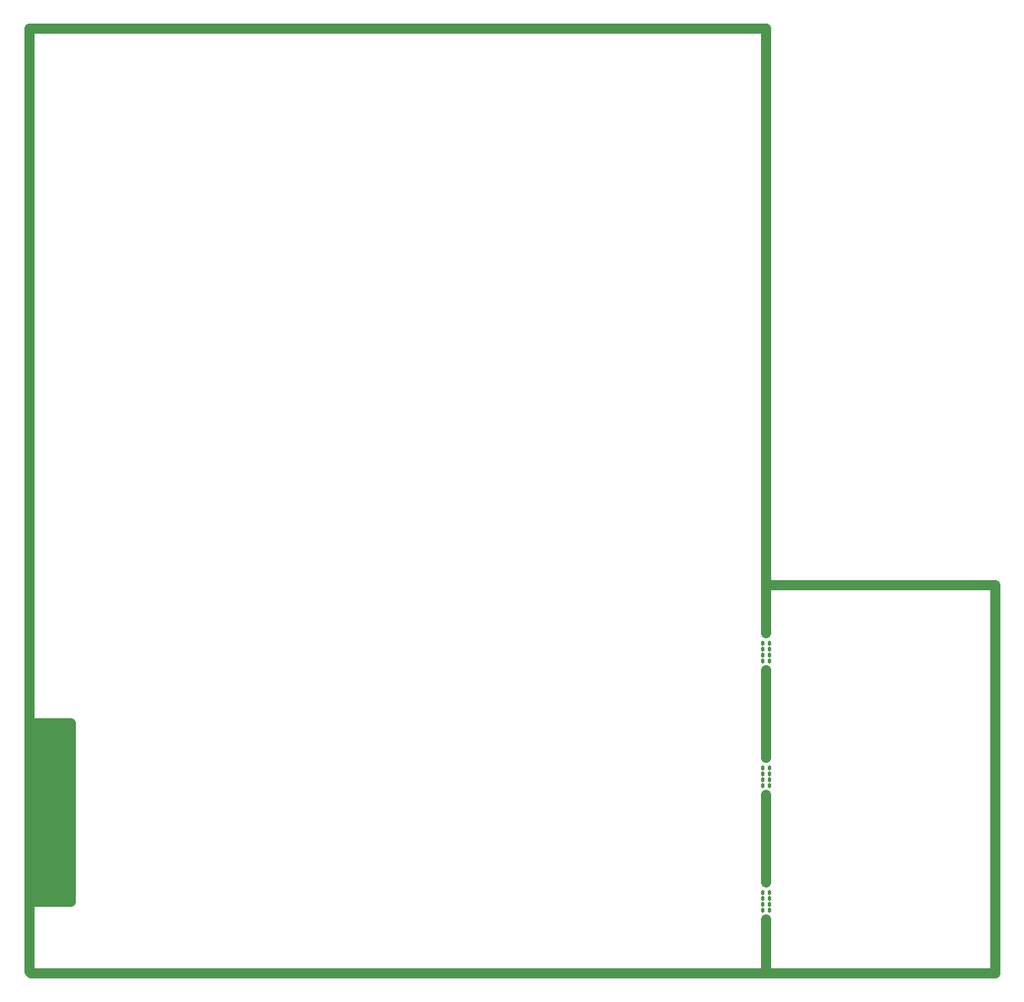
<source format=gm1>
G04*
G04 #@! TF.GenerationSoftware,Altium Limited,Altium Designer,23.4.1 (23)*
G04*
G04 Layer_Color=4660084*
%FSLAX25Y25*%
%MOIN*%
G70*
G04*
G04 #@! TF.SameCoordinates,01ECF62D-24FD-4C24-98F2-6CFE089B3EF1*
G04*
G04*
G04 #@! TF.FilePolarity,Positive*
G04*
G01*
G75*
%ADD16C,0.01181*%
%ADD178C,0.03937*%
D16*
X290748Y22736D02*
Y23327D01*
Y25000D02*
Y25591D01*
Y27362D02*
Y27953D01*
Y29724D02*
Y30315D01*
X287992Y29724D02*
Y30315D01*
Y27362D02*
Y27953D01*
Y25000D02*
Y25591D01*
Y22736D02*
Y23327D01*
X290748Y72047D02*
Y72638D01*
Y74311D02*
Y74902D01*
Y76673D02*
Y77264D01*
Y79036D02*
Y79626D01*
X287992Y79036D02*
Y79626D01*
Y76673D02*
Y77264D01*
Y74311D02*
Y74902D01*
Y72047D02*
Y72638D01*
X290748Y128347D02*
Y128937D01*
Y126083D02*
Y126673D01*
Y123721D02*
Y124311D01*
Y121358D02*
Y121949D01*
X287992Y121358D02*
Y121949D01*
Y123721D02*
Y124311D01*
Y126083D02*
Y126673D01*
Y128347D02*
Y128937D01*
D178*
X-1969Y26181D02*
X-1772Y96850D01*
X394Y96260D01*
X197Y26181D02*
X394Y96260D01*
X197Y26181D02*
X3150Y26378D01*
X2953Y96653D02*
X3150Y26378D01*
X2953Y96653D02*
X6299Y96850D01*
X6201Y26181D02*
X6299Y96850D01*
X6201Y26181D02*
X12008Y26772D01*
X11811Y96653D02*
X12008Y26772D01*
X-1772Y96850D02*
X14370D01*
Y26181D02*
Y96850D01*
X-1969Y26181D02*
X14370D01*
X-1772Y96850D02*
X9646D01*
X-1959Y97038D02*
X-1772Y96850D01*
X-1959Y97038D02*
Y372047D01*
X289370D01*
Y151575D02*
Y372047D01*
X-1378Y-1969D02*
X379921D01*
X-1969Y-1378D02*
X-1378Y-1969D01*
X-1969Y-1378D02*
Y26181D01*
X379921Y151575D02*
X379921Y-1969D01*
X289370Y151575D02*
X379921D01*
X9646Y96850D02*
X9843Y26181D01*
X-1969D02*
X9843D01*
X289370Y-1575D02*
Y19193D01*
Y33858D02*
Y51181D01*
Y68504D01*
Y83169D02*
Y100492D01*
Y117815D01*
Y132480D02*
Y151575D01*
M02*

</source>
